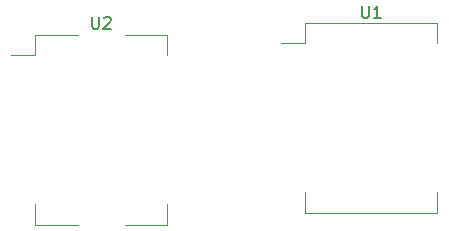
<source format=gbr>
%TF.GenerationSoftware,KiCad,Pcbnew,6.0.11-2627ca5db0~126~ubuntu20.04.1*%
%TF.CreationDate,2023-03-20T00:40:24-03:00*%
%TF.ProjectId,drive-l297,64726976-652d-46c3-9239-372e6b696361,rev?*%
%TF.SameCoordinates,Original*%
%TF.FileFunction,Legend,Top*%
%TF.FilePolarity,Positive*%
%FSLAX46Y46*%
G04 Gerber Fmt 4.6, Leading zero omitted, Abs format (unit mm)*
G04 Created by KiCad (PCBNEW 6.0.11-2627ca5db0~126~ubuntu20.04.1) date 2023-03-20 00:40:24*
%MOMM*%
%LPD*%
G01*
G04 APERTURE LIST*
%ADD10C,0.150000*%
%ADD11C,0.120000*%
G04 APERTURE END LIST*
D10*
%TO.C,U2*%
X119126095Y-77320380D02*
X119126095Y-78129904D01*
X119173714Y-78225142D01*
X119221333Y-78272761D01*
X119316571Y-78320380D01*
X119507047Y-78320380D01*
X119602285Y-78272761D01*
X119649904Y-78225142D01*
X119697523Y-78129904D01*
X119697523Y-77320380D01*
X120126095Y-77415619D02*
X120173714Y-77368000D01*
X120268952Y-77320380D01*
X120507047Y-77320380D01*
X120602285Y-77368000D01*
X120649904Y-77415619D01*
X120697523Y-77510857D01*
X120697523Y-77606095D01*
X120649904Y-77748952D01*
X120078476Y-78320380D01*
X120697523Y-78320380D01*
%TO.C,U1*%
X141986095Y-76404380D02*
X141986095Y-77213904D01*
X142033714Y-77309142D01*
X142081333Y-77356761D01*
X142176571Y-77404380D01*
X142367047Y-77404380D01*
X142462285Y-77356761D01*
X142509904Y-77309142D01*
X142557523Y-77213904D01*
X142557523Y-76404380D01*
X143557523Y-77404380D02*
X142986095Y-77404380D01*
X143271809Y-77404380D02*
X143271809Y-76404380D01*
X143176571Y-76547238D01*
X143081333Y-76642476D01*
X142986095Y-76690095D01*
D11*
%TO.C,U2*%
X114288000Y-94918000D02*
X114288000Y-93168000D01*
X125488000Y-78818000D02*
X121888000Y-78818000D01*
X114288000Y-78818000D02*
X114288000Y-80568000D01*
X125488000Y-78818000D02*
X125488000Y-80568000D01*
X117888000Y-78818000D02*
X114288000Y-78818000D01*
X117888000Y-94918000D02*
X114288000Y-94918000D01*
X114288000Y-80568000D02*
X112288000Y-80568000D01*
X125488000Y-94918000D02*
X125488000Y-93168000D01*
X125488000Y-94918000D02*
X121888000Y-94918000D01*
%TO.C,U1*%
X137148000Y-77802000D02*
X137148000Y-79552000D01*
X148348000Y-77802000D02*
X137148000Y-77802000D01*
X137148000Y-79552000D02*
X135148000Y-79552000D01*
X148348000Y-77802000D02*
X148348000Y-79552000D01*
X148348000Y-93902000D02*
X148348000Y-92152000D01*
X148348000Y-93902000D02*
X137148000Y-93902000D01*
X137148000Y-93902000D02*
X137148000Y-92152000D01*
%TD*%
M02*

</source>
